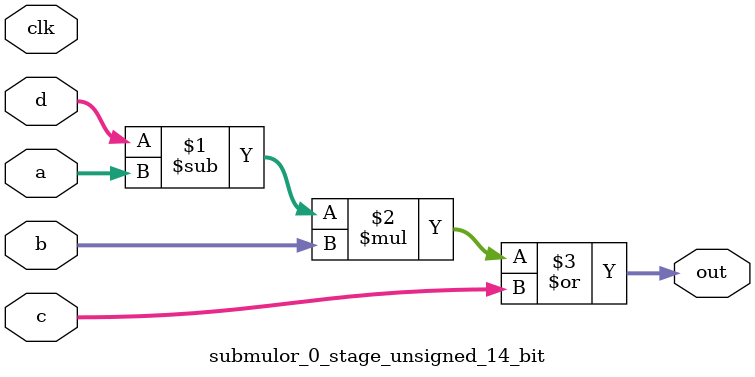
<source format=sv>
(* use_dsp = "yes" *) module submulor_0_stage_unsigned_14_bit(
	input  [13:0] a,
	input  [13:0] b,
	input  [13:0] c,
	input  [13:0] d,
	output [13:0] out,
	input clk);

	assign out = ((d - a) * b) | c;
endmodule

</source>
